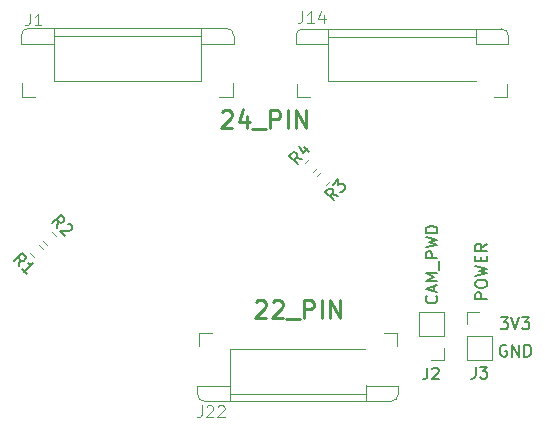
<source format=gto>
G04 #@! TF.GenerationSoftware,KiCad,Pcbnew,8.0.3*
G04 #@! TF.CreationDate,2025-06-24T11:22:04+03:00*
G04 #@! TF.ProjectId,Camera_24-22_Pin,43616d65-7261-45f3-9234-2d32325f5069,rev?*
G04 #@! TF.SameCoordinates,Original*
G04 #@! TF.FileFunction,Legend,Top*
G04 #@! TF.FilePolarity,Positive*
%FSLAX46Y46*%
G04 Gerber Fmt 4.6, Leading zero omitted, Abs format (unit mm)*
G04 Created by KiCad (PCBNEW 8.0.3) date 2025-06-24 11:22:04*
%MOMM*%
%LPD*%
G01*
G04 APERTURE LIST*
G04 Aperture macros list*
%AMRoundRect*
0 Rectangle with rounded corners*
0 $1 Rounding radius*
0 $2 $3 $4 $5 $6 $7 $8 $9 X,Y pos of 4 corners*
0 Add a 4 corners polygon primitive as box body*
4,1,4,$2,$3,$4,$5,$6,$7,$8,$9,$2,$3,0*
0 Add four circle primitives for the rounded corners*
1,1,$1+$1,$2,$3*
1,1,$1+$1,$4,$5*
1,1,$1+$1,$6,$7*
1,1,$1+$1,$8,$9*
0 Add four rect primitives between the rounded corners*
20,1,$1+$1,$2,$3,$4,$5,0*
20,1,$1+$1,$4,$5,$6,$7,0*
20,1,$1+$1,$6,$7,$8,$9,0*
20,1,$1+$1,$8,$9,$2,$3,0*%
G04 Aperture macros list end*
%ADD10C,0.150000*%
%ADD11C,0.250000*%
%ADD12C,0.100000*%
%ADD13C,0.120000*%
%ADD14RoundRect,0.200000X0.053033X-0.335876X0.335876X-0.053033X-0.053033X0.335876X-0.335876X0.053033X0*%
%ADD15C,1.600000*%
%ADD16R,0.300000X1.250000*%
%ADD17R,2.000000X3.150000*%
%ADD18RoundRect,0.200000X0.335876X0.053033X0.053033X0.335876X-0.335876X-0.053033X-0.053033X-0.335876X0*%
%ADD19R,1.350000X1.350000*%
%ADD20O,1.350000X1.350000*%
G04 APERTURE END LIST*
D10*
X188759819Y-101223220D02*
X187759819Y-101223220D01*
X187759819Y-101223220D02*
X187759819Y-100842268D01*
X187759819Y-100842268D02*
X187807438Y-100747030D01*
X187807438Y-100747030D02*
X187855057Y-100699411D01*
X187855057Y-100699411D02*
X187950295Y-100651792D01*
X187950295Y-100651792D02*
X188093152Y-100651792D01*
X188093152Y-100651792D02*
X188188390Y-100699411D01*
X188188390Y-100699411D02*
X188236009Y-100747030D01*
X188236009Y-100747030D02*
X188283628Y-100842268D01*
X188283628Y-100842268D02*
X188283628Y-101223220D01*
X187759819Y-100032744D02*
X187759819Y-99842268D01*
X187759819Y-99842268D02*
X187807438Y-99747030D01*
X187807438Y-99747030D02*
X187902676Y-99651792D01*
X187902676Y-99651792D02*
X188093152Y-99604173D01*
X188093152Y-99604173D02*
X188426485Y-99604173D01*
X188426485Y-99604173D02*
X188616961Y-99651792D01*
X188616961Y-99651792D02*
X188712200Y-99747030D01*
X188712200Y-99747030D02*
X188759819Y-99842268D01*
X188759819Y-99842268D02*
X188759819Y-100032744D01*
X188759819Y-100032744D02*
X188712200Y-100127982D01*
X188712200Y-100127982D02*
X188616961Y-100223220D01*
X188616961Y-100223220D02*
X188426485Y-100270839D01*
X188426485Y-100270839D02*
X188093152Y-100270839D01*
X188093152Y-100270839D02*
X187902676Y-100223220D01*
X187902676Y-100223220D02*
X187807438Y-100127982D01*
X187807438Y-100127982D02*
X187759819Y-100032744D01*
X187759819Y-99270839D02*
X188759819Y-99032744D01*
X188759819Y-99032744D02*
X188045533Y-98842268D01*
X188045533Y-98842268D02*
X188759819Y-98651792D01*
X188759819Y-98651792D02*
X187759819Y-98413697D01*
X188236009Y-98032744D02*
X188236009Y-97699411D01*
X188759819Y-97556554D02*
X188759819Y-98032744D01*
X188759819Y-98032744D02*
X187759819Y-98032744D01*
X187759819Y-98032744D02*
X187759819Y-97556554D01*
X188759819Y-96556554D02*
X188283628Y-96889887D01*
X188759819Y-97127982D02*
X187759819Y-97127982D01*
X187759819Y-97127982D02*
X187759819Y-96747030D01*
X187759819Y-96747030D02*
X187807438Y-96651792D01*
X187807438Y-96651792D02*
X187855057Y-96604173D01*
X187855057Y-96604173D02*
X187950295Y-96556554D01*
X187950295Y-96556554D02*
X188093152Y-96556554D01*
X188093152Y-96556554D02*
X188188390Y-96604173D01*
X188188390Y-96604173D02*
X188236009Y-96651792D01*
X188236009Y-96651792D02*
X188283628Y-96747030D01*
X188283628Y-96747030D02*
X188283628Y-97127982D01*
X190400588Y-105137438D02*
X190305350Y-105089819D01*
X190305350Y-105089819D02*
X190162493Y-105089819D01*
X190162493Y-105089819D02*
X190019636Y-105137438D01*
X190019636Y-105137438D02*
X189924398Y-105232676D01*
X189924398Y-105232676D02*
X189876779Y-105327914D01*
X189876779Y-105327914D02*
X189829160Y-105518390D01*
X189829160Y-105518390D02*
X189829160Y-105661247D01*
X189829160Y-105661247D02*
X189876779Y-105851723D01*
X189876779Y-105851723D02*
X189924398Y-105946961D01*
X189924398Y-105946961D02*
X190019636Y-106042200D01*
X190019636Y-106042200D02*
X190162493Y-106089819D01*
X190162493Y-106089819D02*
X190257731Y-106089819D01*
X190257731Y-106089819D02*
X190400588Y-106042200D01*
X190400588Y-106042200D02*
X190448207Y-105994580D01*
X190448207Y-105994580D02*
X190448207Y-105661247D01*
X190448207Y-105661247D02*
X190257731Y-105661247D01*
X190876779Y-106089819D02*
X190876779Y-105089819D01*
X190876779Y-105089819D02*
X191448207Y-106089819D01*
X191448207Y-106089819D02*
X191448207Y-105089819D01*
X191924398Y-106089819D02*
X191924398Y-105089819D01*
X191924398Y-105089819D02*
X192162493Y-105089819D01*
X192162493Y-105089819D02*
X192305350Y-105137438D01*
X192305350Y-105137438D02*
X192400588Y-105232676D01*
X192400588Y-105232676D02*
X192448207Y-105327914D01*
X192448207Y-105327914D02*
X192495826Y-105518390D01*
X192495826Y-105518390D02*
X192495826Y-105661247D01*
X192495826Y-105661247D02*
X192448207Y-105851723D01*
X192448207Y-105851723D02*
X192400588Y-105946961D01*
X192400588Y-105946961D02*
X192305350Y-106042200D01*
X192305350Y-106042200D02*
X192162493Y-106089819D01*
X192162493Y-106089819D02*
X191924398Y-106089819D01*
X189901541Y-102779819D02*
X190520588Y-102779819D01*
X190520588Y-102779819D02*
X190187255Y-103160771D01*
X190187255Y-103160771D02*
X190330112Y-103160771D01*
X190330112Y-103160771D02*
X190425350Y-103208390D01*
X190425350Y-103208390D02*
X190472969Y-103256009D01*
X190472969Y-103256009D02*
X190520588Y-103351247D01*
X190520588Y-103351247D02*
X190520588Y-103589342D01*
X190520588Y-103589342D02*
X190472969Y-103684580D01*
X190472969Y-103684580D02*
X190425350Y-103732200D01*
X190425350Y-103732200D02*
X190330112Y-103779819D01*
X190330112Y-103779819D02*
X190044398Y-103779819D01*
X190044398Y-103779819D02*
X189949160Y-103732200D01*
X189949160Y-103732200D02*
X189901541Y-103684580D01*
X190806303Y-102779819D02*
X191139636Y-103779819D01*
X191139636Y-103779819D02*
X191472969Y-102779819D01*
X191711065Y-102779819D02*
X192330112Y-102779819D01*
X192330112Y-102779819D02*
X191996779Y-103160771D01*
X191996779Y-103160771D02*
X192139636Y-103160771D01*
X192139636Y-103160771D02*
X192234874Y-103208390D01*
X192234874Y-103208390D02*
X192282493Y-103256009D01*
X192282493Y-103256009D02*
X192330112Y-103351247D01*
X192330112Y-103351247D02*
X192330112Y-103589342D01*
X192330112Y-103589342D02*
X192282493Y-103684580D01*
X192282493Y-103684580D02*
X192234874Y-103732200D01*
X192234874Y-103732200D02*
X192139636Y-103779819D01*
X192139636Y-103779819D02*
X191853922Y-103779819D01*
X191853922Y-103779819D02*
X191758684Y-103732200D01*
X191758684Y-103732200D02*
X191711065Y-103684580D01*
X184464580Y-100951792D02*
X184512200Y-100999411D01*
X184512200Y-100999411D02*
X184559819Y-101142268D01*
X184559819Y-101142268D02*
X184559819Y-101237506D01*
X184559819Y-101237506D02*
X184512200Y-101380363D01*
X184512200Y-101380363D02*
X184416961Y-101475601D01*
X184416961Y-101475601D02*
X184321723Y-101523220D01*
X184321723Y-101523220D02*
X184131247Y-101570839D01*
X184131247Y-101570839D02*
X183988390Y-101570839D01*
X183988390Y-101570839D02*
X183797914Y-101523220D01*
X183797914Y-101523220D02*
X183702676Y-101475601D01*
X183702676Y-101475601D02*
X183607438Y-101380363D01*
X183607438Y-101380363D02*
X183559819Y-101237506D01*
X183559819Y-101237506D02*
X183559819Y-101142268D01*
X183559819Y-101142268D02*
X183607438Y-100999411D01*
X183607438Y-100999411D02*
X183655057Y-100951792D01*
X184274104Y-100570839D02*
X184274104Y-100094649D01*
X184559819Y-100666077D02*
X183559819Y-100332744D01*
X183559819Y-100332744D02*
X184559819Y-99999411D01*
X184559819Y-99666077D02*
X183559819Y-99666077D01*
X183559819Y-99666077D02*
X184274104Y-99332744D01*
X184274104Y-99332744D02*
X183559819Y-98999411D01*
X183559819Y-98999411D02*
X184559819Y-98999411D01*
X184655057Y-98761316D02*
X184655057Y-97999411D01*
X184559819Y-97761315D02*
X183559819Y-97761315D01*
X183559819Y-97761315D02*
X183559819Y-97380363D01*
X183559819Y-97380363D02*
X183607438Y-97285125D01*
X183607438Y-97285125D02*
X183655057Y-97237506D01*
X183655057Y-97237506D02*
X183750295Y-97189887D01*
X183750295Y-97189887D02*
X183893152Y-97189887D01*
X183893152Y-97189887D02*
X183988390Y-97237506D01*
X183988390Y-97237506D02*
X184036009Y-97285125D01*
X184036009Y-97285125D02*
X184083628Y-97380363D01*
X184083628Y-97380363D02*
X184083628Y-97761315D01*
X183559819Y-96856553D02*
X184559819Y-96618458D01*
X184559819Y-96618458D02*
X183845533Y-96427982D01*
X183845533Y-96427982D02*
X184559819Y-96237506D01*
X184559819Y-96237506D02*
X183559819Y-95999411D01*
X184559819Y-95618458D02*
X183559819Y-95618458D01*
X183559819Y-95618458D02*
X183559819Y-95380363D01*
X183559819Y-95380363D02*
X183607438Y-95237506D01*
X183607438Y-95237506D02*
X183702676Y-95142268D01*
X183702676Y-95142268D02*
X183797914Y-95094649D01*
X183797914Y-95094649D02*
X183988390Y-95047030D01*
X183988390Y-95047030D02*
X184131247Y-95047030D01*
X184131247Y-95047030D02*
X184321723Y-95094649D01*
X184321723Y-95094649D02*
X184416961Y-95142268D01*
X184416961Y-95142268D02*
X184512200Y-95237506D01*
X184512200Y-95237506D02*
X184559819Y-95380363D01*
X184559819Y-95380363D02*
X184559819Y-95618458D01*
D11*
X169180187Y-101446285D02*
X169251615Y-101374857D01*
X169251615Y-101374857D02*
X169394473Y-101303428D01*
X169394473Y-101303428D02*
X169751615Y-101303428D01*
X169751615Y-101303428D02*
X169894473Y-101374857D01*
X169894473Y-101374857D02*
X169965901Y-101446285D01*
X169965901Y-101446285D02*
X170037330Y-101589142D01*
X170037330Y-101589142D02*
X170037330Y-101732000D01*
X170037330Y-101732000D02*
X169965901Y-101946285D01*
X169965901Y-101946285D02*
X169108758Y-102803428D01*
X169108758Y-102803428D02*
X170037330Y-102803428D01*
X170608758Y-101446285D02*
X170680186Y-101374857D01*
X170680186Y-101374857D02*
X170823044Y-101303428D01*
X170823044Y-101303428D02*
X171180186Y-101303428D01*
X171180186Y-101303428D02*
X171323044Y-101374857D01*
X171323044Y-101374857D02*
X171394472Y-101446285D01*
X171394472Y-101446285D02*
X171465901Y-101589142D01*
X171465901Y-101589142D02*
X171465901Y-101732000D01*
X171465901Y-101732000D02*
X171394472Y-101946285D01*
X171394472Y-101946285D02*
X170537329Y-102803428D01*
X170537329Y-102803428D02*
X171465901Y-102803428D01*
X171751615Y-102946285D02*
X172894472Y-102946285D01*
X173251614Y-102803428D02*
X173251614Y-101303428D01*
X173251614Y-101303428D02*
X173823043Y-101303428D01*
X173823043Y-101303428D02*
X173965900Y-101374857D01*
X173965900Y-101374857D02*
X174037329Y-101446285D01*
X174037329Y-101446285D02*
X174108757Y-101589142D01*
X174108757Y-101589142D02*
X174108757Y-101803428D01*
X174108757Y-101803428D02*
X174037329Y-101946285D01*
X174037329Y-101946285D02*
X173965900Y-102017714D01*
X173965900Y-102017714D02*
X173823043Y-102089142D01*
X173823043Y-102089142D02*
X173251614Y-102089142D01*
X174751614Y-102803428D02*
X174751614Y-101303428D01*
X175465900Y-102803428D02*
X175465900Y-101303428D01*
X175465900Y-101303428D02*
X176323043Y-102803428D01*
X176323043Y-102803428D02*
X176323043Y-101303428D01*
X166320187Y-85366285D02*
X166391615Y-85294857D01*
X166391615Y-85294857D02*
X166534473Y-85223428D01*
X166534473Y-85223428D02*
X166891615Y-85223428D01*
X166891615Y-85223428D02*
X167034473Y-85294857D01*
X167034473Y-85294857D02*
X167105901Y-85366285D01*
X167105901Y-85366285D02*
X167177330Y-85509142D01*
X167177330Y-85509142D02*
X167177330Y-85652000D01*
X167177330Y-85652000D02*
X167105901Y-85866285D01*
X167105901Y-85866285D02*
X166248758Y-86723428D01*
X166248758Y-86723428D02*
X167177330Y-86723428D01*
X168463044Y-85723428D02*
X168463044Y-86723428D01*
X168105901Y-85152000D02*
X167748758Y-86223428D01*
X167748758Y-86223428D02*
X168677329Y-86223428D01*
X168891615Y-86866285D02*
X170034472Y-86866285D01*
X170391614Y-86723428D02*
X170391614Y-85223428D01*
X170391614Y-85223428D02*
X170963043Y-85223428D01*
X170963043Y-85223428D02*
X171105900Y-85294857D01*
X171105900Y-85294857D02*
X171177329Y-85366285D01*
X171177329Y-85366285D02*
X171248757Y-85509142D01*
X171248757Y-85509142D02*
X171248757Y-85723428D01*
X171248757Y-85723428D02*
X171177329Y-85866285D01*
X171177329Y-85866285D02*
X171105900Y-85937714D01*
X171105900Y-85937714D02*
X170963043Y-86009142D01*
X170963043Y-86009142D02*
X170391614Y-86009142D01*
X171891614Y-86723428D02*
X171891614Y-85223428D01*
X172605900Y-86723428D02*
X172605900Y-85223428D01*
X172605900Y-85223428D02*
X173463043Y-86723428D01*
X173463043Y-86723428D02*
X173463043Y-85223428D01*
D10*
X176170830Y-92470581D02*
X175598411Y-92369566D01*
X175766769Y-92874642D02*
X175059663Y-92167535D01*
X175059663Y-92167535D02*
X175329037Y-91898161D01*
X175329037Y-91898161D02*
X175430052Y-91864489D01*
X175430052Y-91864489D02*
X175497395Y-91864489D01*
X175497395Y-91864489D02*
X175598411Y-91898161D01*
X175598411Y-91898161D02*
X175699426Y-91999176D01*
X175699426Y-91999176D02*
X175733098Y-92100192D01*
X175733098Y-92100192D02*
X175733098Y-92167535D01*
X175733098Y-92167535D02*
X175699426Y-92268550D01*
X175699426Y-92268550D02*
X175430052Y-92537924D01*
X175699426Y-91527772D02*
X176137159Y-91090039D01*
X176137159Y-91090039D02*
X176170830Y-91595115D01*
X176170830Y-91595115D02*
X176271846Y-91494100D01*
X176271846Y-91494100D02*
X176372861Y-91460428D01*
X176372861Y-91460428D02*
X176440204Y-91460428D01*
X176440204Y-91460428D02*
X176541220Y-91494100D01*
X176541220Y-91494100D02*
X176709578Y-91662459D01*
X176709578Y-91662459D02*
X176743250Y-91763474D01*
X176743250Y-91763474D02*
X176743250Y-91830818D01*
X176743250Y-91830818D02*
X176709578Y-91931833D01*
X176709578Y-91931833D02*
X176507548Y-92133863D01*
X176507548Y-92133863D02*
X176406533Y-92167535D01*
X176406533Y-92167535D02*
X176339189Y-92167535D01*
D12*
X164590476Y-110227419D02*
X164590476Y-110941704D01*
X164590476Y-110941704D02*
X164542857Y-111084561D01*
X164542857Y-111084561D02*
X164447619Y-111179800D01*
X164447619Y-111179800D02*
X164304762Y-111227419D01*
X164304762Y-111227419D02*
X164209524Y-111227419D01*
X165019048Y-110322657D02*
X165066667Y-110275038D01*
X165066667Y-110275038D02*
X165161905Y-110227419D01*
X165161905Y-110227419D02*
X165400000Y-110227419D01*
X165400000Y-110227419D02*
X165495238Y-110275038D01*
X165495238Y-110275038D02*
X165542857Y-110322657D01*
X165542857Y-110322657D02*
X165590476Y-110417895D01*
X165590476Y-110417895D02*
X165590476Y-110513133D01*
X165590476Y-110513133D02*
X165542857Y-110655990D01*
X165542857Y-110655990D02*
X164971429Y-111227419D01*
X164971429Y-111227419D02*
X165590476Y-111227419D01*
X165971429Y-110322657D02*
X166019048Y-110275038D01*
X166019048Y-110275038D02*
X166114286Y-110227419D01*
X166114286Y-110227419D02*
X166352381Y-110227419D01*
X166352381Y-110227419D02*
X166447619Y-110275038D01*
X166447619Y-110275038D02*
X166495238Y-110322657D01*
X166495238Y-110322657D02*
X166542857Y-110417895D01*
X166542857Y-110417895D02*
X166542857Y-110513133D01*
X166542857Y-110513133D02*
X166495238Y-110655990D01*
X166495238Y-110655990D02*
X165923810Y-111227419D01*
X165923810Y-111227419D02*
X166542857Y-111227419D01*
X150026666Y-77057419D02*
X150026666Y-77771704D01*
X150026666Y-77771704D02*
X149979047Y-77914561D01*
X149979047Y-77914561D02*
X149883809Y-78009800D01*
X149883809Y-78009800D02*
X149740952Y-78057419D01*
X149740952Y-78057419D02*
X149645714Y-78057419D01*
X151026666Y-78057419D02*
X150455238Y-78057419D01*
X150740952Y-78057419D02*
X150740952Y-77057419D01*
X150740952Y-77057419D02*
X150645714Y-77200276D01*
X150645714Y-77200276D02*
X150550476Y-77295514D01*
X150550476Y-77295514D02*
X150455238Y-77343133D01*
D10*
X152352629Y-95201668D02*
X152453644Y-94629249D01*
X151948568Y-94797607D02*
X152655675Y-94090501D01*
X152655675Y-94090501D02*
X152925049Y-94359875D01*
X152925049Y-94359875D02*
X152958721Y-94460890D01*
X152958721Y-94460890D02*
X152958721Y-94528233D01*
X152958721Y-94528233D02*
X152925049Y-94629249D01*
X152925049Y-94629249D02*
X152824034Y-94730264D01*
X152824034Y-94730264D02*
X152723018Y-94763936D01*
X152723018Y-94763936D02*
X152655675Y-94763936D01*
X152655675Y-94763936D02*
X152554660Y-94730264D01*
X152554660Y-94730264D02*
X152285286Y-94460890D01*
X153261766Y-94831279D02*
X153329110Y-94831279D01*
X153329110Y-94831279D02*
X153430125Y-94864951D01*
X153430125Y-94864951D02*
X153598484Y-95033310D01*
X153598484Y-95033310D02*
X153632156Y-95134325D01*
X153632156Y-95134325D02*
X153632156Y-95201668D01*
X153632156Y-95201668D02*
X153598484Y-95302684D01*
X153598484Y-95302684D02*
X153531140Y-95370027D01*
X153531140Y-95370027D02*
X153396453Y-95437371D01*
X153396453Y-95437371D02*
X152588331Y-95437371D01*
X152588331Y-95437371D02*
X153026064Y-95875103D01*
D12*
X173100476Y-76857419D02*
X173100476Y-77571704D01*
X173100476Y-77571704D02*
X173052857Y-77714561D01*
X173052857Y-77714561D02*
X172957619Y-77809800D01*
X172957619Y-77809800D02*
X172814762Y-77857419D01*
X172814762Y-77857419D02*
X172719524Y-77857419D01*
X174100476Y-77857419D02*
X173529048Y-77857419D01*
X173814762Y-77857419D02*
X173814762Y-76857419D01*
X173814762Y-76857419D02*
X173719524Y-77000276D01*
X173719524Y-77000276D02*
X173624286Y-77095514D01*
X173624286Y-77095514D02*
X173529048Y-77143133D01*
X174957619Y-77190752D02*
X174957619Y-77857419D01*
X174719524Y-76809800D02*
X174481429Y-77524085D01*
X174481429Y-77524085D02*
X175100476Y-77524085D01*
D10*
X187786666Y-106954819D02*
X187786666Y-107669104D01*
X187786666Y-107669104D02*
X187739047Y-107811961D01*
X187739047Y-107811961D02*
X187643809Y-107907200D01*
X187643809Y-107907200D02*
X187500952Y-107954819D01*
X187500952Y-107954819D02*
X187405714Y-107954819D01*
X188167619Y-106954819D02*
X188786666Y-106954819D01*
X188786666Y-106954819D02*
X188453333Y-107335771D01*
X188453333Y-107335771D02*
X188596190Y-107335771D01*
X188596190Y-107335771D02*
X188691428Y-107383390D01*
X188691428Y-107383390D02*
X188739047Y-107431009D01*
X188739047Y-107431009D02*
X188786666Y-107526247D01*
X188786666Y-107526247D02*
X188786666Y-107764342D01*
X188786666Y-107764342D02*
X188739047Y-107859580D01*
X188739047Y-107859580D02*
X188691428Y-107907200D01*
X188691428Y-107907200D02*
X188596190Y-107954819D01*
X188596190Y-107954819D02*
X188310476Y-107954819D01*
X188310476Y-107954819D02*
X188215238Y-107907200D01*
X188215238Y-107907200D02*
X188167619Y-107859580D01*
X173116231Y-89401933D02*
X172543812Y-89300918D01*
X172712170Y-89805994D02*
X172005064Y-89098887D01*
X172005064Y-89098887D02*
X172274438Y-88829513D01*
X172274438Y-88829513D02*
X172375453Y-88795841D01*
X172375453Y-88795841D02*
X172442796Y-88795841D01*
X172442796Y-88795841D02*
X172543812Y-88829513D01*
X172543812Y-88829513D02*
X172644827Y-88930528D01*
X172644827Y-88930528D02*
X172678499Y-89031544D01*
X172678499Y-89031544D02*
X172678499Y-89098887D01*
X172678499Y-89098887D02*
X172644827Y-89199902D01*
X172644827Y-89199902D02*
X172375453Y-89469276D01*
X173250918Y-88324437D02*
X173722323Y-88795841D01*
X172813186Y-88223422D02*
X173149903Y-88896857D01*
X173149903Y-88896857D02*
X173587636Y-88459124D01*
X149098457Y-98445840D02*
X149199472Y-97873421D01*
X148694396Y-98041779D02*
X149401503Y-97334673D01*
X149401503Y-97334673D02*
X149670877Y-97604047D01*
X149670877Y-97604047D02*
X149704549Y-97705062D01*
X149704549Y-97705062D02*
X149704549Y-97772405D01*
X149704549Y-97772405D02*
X149670877Y-97873421D01*
X149670877Y-97873421D02*
X149569862Y-97974436D01*
X149569862Y-97974436D02*
X149468846Y-98008108D01*
X149468846Y-98008108D02*
X149401503Y-98008108D01*
X149401503Y-98008108D02*
X149300488Y-97974436D01*
X149300488Y-97974436D02*
X149031114Y-97705062D01*
X149771892Y-99119275D02*
X149367831Y-98715214D01*
X149569862Y-98917245D02*
X150276968Y-98210138D01*
X150276968Y-98210138D02*
X150108610Y-98243810D01*
X150108610Y-98243810D02*
X149973923Y-98243810D01*
X149973923Y-98243810D02*
X149872907Y-98210138D01*
X183686666Y-107024819D02*
X183686666Y-107739104D01*
X183686666Y-107739104D02*
X183639047Y-107881961D01*
X183639047Y-107881961D02*
X183543809Y-107977200D01*
X183543809Y-107977200D02*
X183400952Y-108024819D01*
X183400952Y-108024819D02*
X183305714Y-108024819D01*
X184115238Y-107120057D02*
X184162857Y-107072438D01*
X184162857Y-107072438D02*
X184258095Y-107024819D01*
X184258095Y-107024819D02*
X184496190Y-107024819D01*
X184496190Y-107024819D02*
X184591428Y-107072438D01*
X184591428Y-107072438D02*
X184639047Y-107120057D01*
X184639047Y-107120057D02*
X184686666Y-107215295D01*
X184686666Y-107215295D02*
X184686666Y-107310533D01*
X184686666Y-107310533D02*
X184639047Y-107453390D01*
X184639047Y-107453390D02*
X184067619Y-108024819D01*
X184067619Y-108024819D02*
X184686666Y-108024819D01*
D13*
X174397470Y-90797052D02*
X174733003Y-90461519D01*
X175136397Y-91535979D02*
X175471930Y-91200446D01*
D12*
X164240000Y-108577500D02*
X166940000Y-108577500D01*
X164240000Y-109264705D02*
X164240000Y-108577500D01*
X164340000Y-104067500D02*
X164340000Y-105227500D01*
X164340000Y-104067500D02*
X165450000Y-104067500D01*
X164810000Y-109877500D02*
X180630000Y-109877500D01*
X166940000Y-108577500D02*
X167000000Y-108577500D01*
X167000000Y-105427500D02*
X178480000Y-105427500D01*
X167000000Y-108577500D02*
X167000000Y-105427500D01*
X167000000Y-108577500D02*
X167000000Y-109867500D01*
X178480000Y-105427500D02*
X178480000Y-108557500D01*
X178480000Y-108557500D02*
X178480000Y-109847500D01*
X178480000Y-109222500D02*
X167000000Y-109222500D01*
X178492795Y-108577500D02*
X181242795Y-108577500D01*
X181140000Y-104067500D02*
X180030000Y-104067500D01*
X181140000Y-104067500D02*
X181140000Y-105227500D01*
X181242795Y-108577500D02*
X181242795Y-109296419D01*
X164821081Y-109877500D02*
G75*
G02*
X164240000Y-109264705I14917J596047D01*
G01*
X181242795Y-109296419D02*
G75*
G02*
X180630000Y-109877505I-596025J14889D01*
G01*
X149320000Y-79602500D02*
X149320000Y-78883581D01*
X149410000Y-84112500D02*
X149410000Y-82952500D01*
X149410000Y-84112500D02*
X150520000Y-84112500D01*
X152070000Y-79602500D02*
X149320000Y-79602500D01*
X152070000Y-79622500D02*
X152070000Y-78332500D01*
X152070000Y-82752500D02*
X152070000Y-79622500D01*
X152080000Y-78957500D02*
X164550000Y-78957500D01*
X164550000Y-79602500D02*
X164550000Y-78312500D01*
X164550000Y-79602500D02*
X164550000Y-82752500D01*
X164550000Y-82752500D02*
X152070000Y-82752500D01*
X164610000Y-79602500D02*
X164550000Y-79602500D01*
X166740000Y-78302500D02*
X149920000Y-78302500D01*
X167210000Y-84112500D02*
X166100000Y-84112500D01*
X167210000Y-84112500D02*
X167210000Y-82952500D01*
X167310000Y-78915295D02*
X167310000Y-79602500D01*
X167310000Y-79602500D02*
X164610000Y-79602500D01*
X149320000Y-78883581D02*
G75*
G02*
X149932795Y-78302501I596010J-14879D01*
G01*
X166728919Y-78302500D02*
G75*
G02*
X167310000Y-78915295I-14917J-596047D01*
G01*
D13*
X151508303Y-96617230D02*
X151172770Y-96281697D01*
X152247230Y-95878303D02*
X151911697Y-95542770D01*
D12*
X172580000Y-79642500D02*
X172580000Y-78923581D01*
X172670000Y-84152500D02*
X172670000Y-82992500D01*
X172670000Y-84152500D02*
X173780000Y-84152500D01*
X175330000Y-79642500D02*
X172580000Y-79642500D01*
X175330000Y-79662500D02*
X175330000Y-78372500D01*
X175330000Y-82792500D02*
X175330000Y-79662500D01*
X175340000Y-78997500D02*
X187810000Y-78997500D01*
X187810000Y-79642500D02*
X187810000Y-78352500D01*
X187810000Y-79642500D02*
X187810000Y-82792500D01*
X187810000Y-82792500D02*
X175330000Y-82792500D01*
X187870000Y-79642500D02*
X187810000Y-79642500D01*
X190000000Y-78342500D02*
X173180000Y-78342500D01*
X190470000Y-84152500D02*
X189360000Y-84152500D01*
X190470000Y-84152500D02*
X190470000Y-82992500D01*
X190570000Y-78955295D02*
X190570000Y-79642500D01*
X190570000Y-79642500D02*
X187870000Y-79642500D01*
X172580000Y-78923581D02*
G75*
G02*
X173192795Y-78342501I596010J-14879D01*
G01*
X189988919Y-78342500D02*
G75*
G02*
X190570000Y-78955295I-14917J-596047D01*
G01*
D13*
X187050000Y-102290000D02*
X188110000Y-102290000D01*
X187050000Y-103350000D02*
X187050000Y-102290000D01*
X187050000Y-104350000D02*
X187050000Y-106410000D01*
X187050000Y-104350000D02*
X189170000Y-104350000D01*
X187050000Y-106410000D02*
X189170000Y-106410000D01*
X189170000Y-104350000D02*
X189170000Y-106410000D01*
X173322770Y-89708303D02*
X173658303Y-89372770D01*
X174061697Y-90447230D02*
X174397230Y-90111697D01*
X150418303Y-97697230D02*
X150082770Y-97361697D01*
X151157230Y-96958303D02*
X150821697Y-96622770D01*
X182960000Y-104350000D02*
X182960000Y-102290000D01*
X185080000Y-102290000D02*
X182960000Y-102290000D01*
X185080000Y-104350000D02*
X182960000Y-104350000D01*
X185080000Y-104350000D02*
X185080000Y-102290000D01*
X185080000Y-105350000D02*
X185080000Y-106410000D01*
X185080000Y-106410000D02*
X184020000Y-106410000D01*
%LPC*%
D14*
X174351337Y-91582112D03*
X175518063Y-90415386D03*
D15*
X175820000Y-86750000D03*
D16*
X167490000Y-104752500D03*
X167990000Y-104752500D03*
X168490000Y-104752500D03*
X168990000Y-104752500D03*
X169490000Y-104752500D03*
X169990000Y-104752500D03*
X170490000Y-104752500D03*
X170990000Y-104752500D03*
X171490000Y-104752500D03*
X171990000Y-104752500D03*
X172490000Y-104752500D03*
X172990000Y-104752500D03*
X173490000Y-104752500D03*
X173990000Y-104752500D03*
X174490000Y-104752500D03*
X174990000Y-104752500D03*
X175490000Y-104752500D03*
X175990000Y-104752500D03*
X176490000Y-104752500D03*
X176990000Y-104752500D03*
X177490000Y-104752500D03*
X177990000Y-104752500D03*
D17*
X165940000Y-106952500D03*
X179540000Y-106952500D03*
D15*
X151070000Y-90180000D03*
X154060000Y-90170000D03*
X183820000Y-86570000D03*
D16*
X164060000Y-83427500D03*
X163560000Y-83427500D03*
X163060000Y-83427500D03*
X162560000Y-83427500D03*
X162060000Y-83427500D03*
X161560000Y-83427500D03*
X161060000Y-83427500D03*
X160560000Y-83427500D03*
X160060000Y-83427500D03*
X159560000Y-83427500D03*
X159060000Y-83427500D03*
X158560000Y-83427500D03*
X158060000Y-83427500D03*
X157560000Y-83427500D03*
X157060000Y-83427500D03*
X156560000Y-83427500D03*
X156060000Y-83427500D03*
X155560000Y-83427500D03*
X155060000Y-83427500D03*
X154560000Y-83427500D03*
X154060000Y-83427500D03*
X153560000Y-83427500D03*
X153060000Y-83427500D03*
X152560000Y-83427500D03*
D17*
X165610000Y-81227500D03*
X151010000Y-81227500D03*
D18*
X152293363Y-96663363D03*
X151126637Y-95496637D03*
D16*
X187320000Y-83467500D03*
X186820000Y-83467500D03*
X186320000Y-83467500D03*
X185820000Y-83467500D03*
X185320000Y-83467500D03*
X184820000Y-83467500D03*
X184320000Y-83467500D03*
X183820000Y-83467500D03*
X183320000Y-83467500D03*
X182820000Y-83467500D03*
X182320000Y-83467500D03*
X181820000Y-83467500D03*
X181320000Y-83467500D03*
X180820000Y-83467500D03*
X180320000Y-83467500D03*
X179820000Y-83467500D03*
X179320000Y-83467500D03*
X178820000Y-83467500D03*
X178320000Y-83467500D03*
X177820000Y-83467500D03*
X177320000Y-83467500D03*
X176820000Y-83467500D03*
X176320000Y-83467500D03*
X175820000Y-83467500D03*
D17*
X188870000Y-81267500D03*
X174270000Y-81267500D03*
D15*
X151030000Y-87880000D03*
D19*
X188110000Y-103350000D03*
D20*
X188110000Y-105350000D03*
D14*
X173276637Y-90493363D03*
X174443363Y-89326637D03*
D15*
X162550000Y-87740000D03*
D18*
X151203363Y-97743363D03*
X150036637Y-96576637D03*
D19*
X184020000Y-105350000D03*
D20*
X184020000Y-103350000D03*
%LPD*%
M02*

</source>
